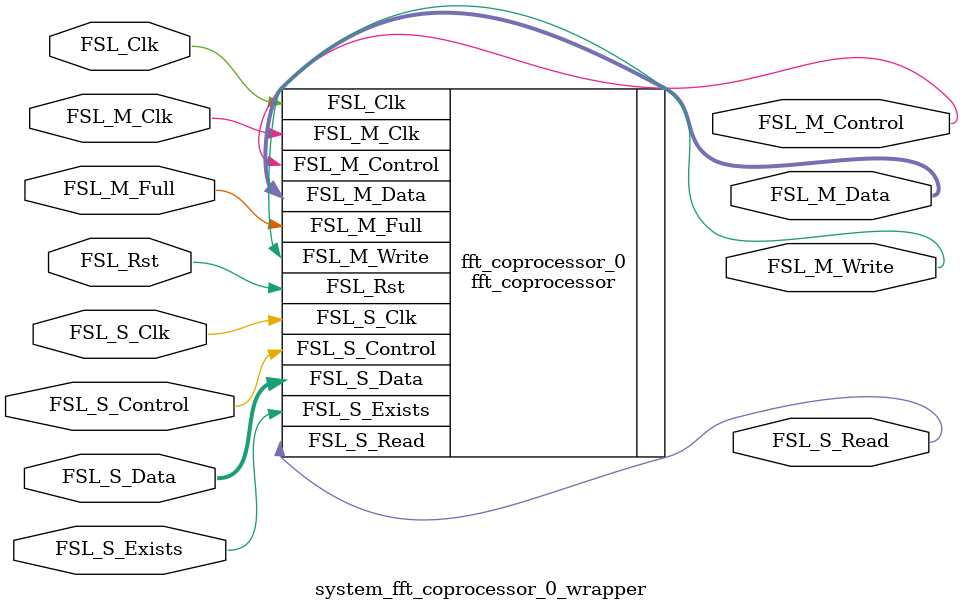
<source format=v>

module system_fft_coprocessor_0_wrapper
  (
    FSL_Clk,
    FSL_Rst,
    FSL_S_Clk,
    FSL_S_Read,
    FSL_S_Data,
    FSL_S_Control,
    FSL_S_Exists,
    FSL_M_Clk,
    FSL_M_Write,
    FSL_M_Data,
    FSL_M_Control,
    FSL_M_Full
  );
  input FSL_Clk;
  input FSL_Rst;
  input FSL_S_Clk;
  output FSL_S_Read;
  input [0:31] FSL_S_Data;
  input FSL_S_Control;
  input FSL_S_Exists;
  input FSL_M_Clk;
  output FSL_M_Write;
  output [0:31] FSL_M_Data;
  output FSL_M_Control;
  input FSL_M_Full;

  fft_coprocessor
    fft_coprocessor_0 (
      .FSL_Clk ( FSL_Clk ),
      .FSL_Rst ( FSL_Rst ),
      .FSL_S_Clk ( FSL_S_Clk ),
      .FSL_S_Read ( FSL_S_Read ),
      .FSL_S_Data ( FSL_S_Data ),
      .FSL_S_Control ( FSL_S_Control ),
      .FSL_S_Exists ( FSL_S_Exists ),
      .FSL_M_Clk ( FSL_M_Clk ),
      .FSL_M_Write ( FSL_M_Write ),
      .FSL_M_Data ( FSL_M_Data ),
      .FSL_M_Control ( FSL_M_Control ),
      .FSL_M_Full ( FSL_M_Full )
    );

endmodule


</source>
